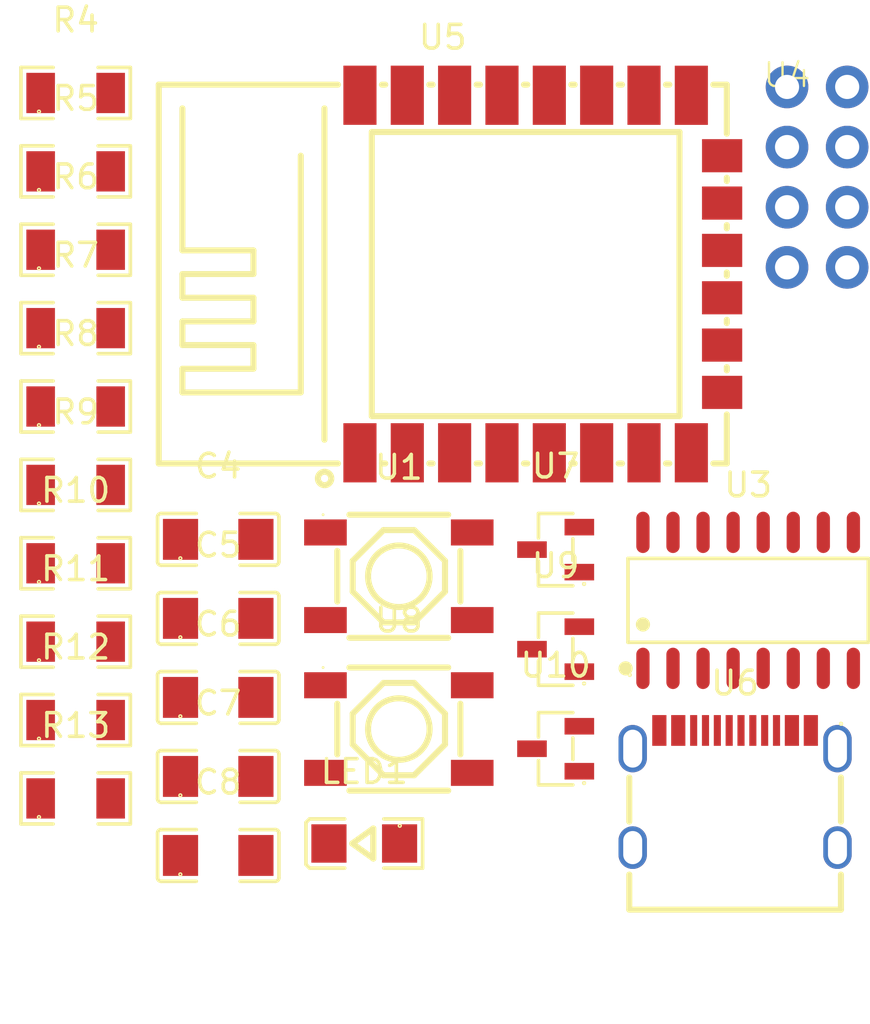
<source format=kicad_pcb>
(kicad_pcb (version 20241229) (generator "pcbnew") (generator_version "9.0")
  (layers (0 "F.Cu" signal) (2 "B.Cu" signal) (13 "F.Paste" user) (15 "B.Paste" user) (5 "F.SilkS" user "F.Silkscreen") (7 "B.SilkS" user "B.Silkscreen") (1 "F.Mask" user) (3 "B.Mask" user) (25 "Edge.Cuts" user))
  (net 0 "")
  (net 1 "GND")
  (net 2 "+3.3V")
  (net 3 "Net-(U3-V3)")
  (net 4 "+5V")
  (net 5 "Net-(LED1-A)")
  (net 6 "Net-(U6-CC1)")
  (net 7 "/RST")
  (net 8 "/EN")
  (net 9 "/LED")
  (net 10 "/FLASH")
  (net 11 "Net-(U5-GPIO15)")
  (net 12 "/DTR")
  (net 13 "Net-(U9-B)")
  (net 14 "/RTS")
  (net 15 "Net-(U10-B)")
  (net 16 "Net-(U6-CC2)")
  (net 18 "/RXD")
  (net 22 "/DN1")
  (net 23 "/TXD")
  (net 25 "/DP1")
  (net 28 "/D{slash}C")
  (net 29 "/SCL")
  (net 30 "/RES")
  (net 31 "/CS")
  (net 32 "/BUSY")
  (net 33 "/SDA")
  (footprint "wearable-e-inks:C1206" (layer "F.Cu") (at 86.28956 84.705772)
    (property "Reference" "C6" (at 0 -3.092609 0) (layer "F.SilkS"))
    (property "Value" "100nF")
    (fp_line (start -2.563602 0.940208) (end -2.563602 -0.940208) (stroke (width 0.1524)) (layer "F.SilkS"))
    (fp_line (start -2.411201 -1.092609) (end -0.926213 -1.092609) (stroke (width 0.1524)) (layer "F.SilkS"))
    (fp_line (start -0.926213 1.092609) (end -2.411201 1.092609) (stroke (width 0.1524)) (layer "F.SilkS"))
    (fp_line (start 0.926213 1.092609) (end 2.411201 1.092609) (stroke (width 0.1524)) (layer "F.SilkS"))
    (fp_line (start 2.411201 -1.092609) (end 0.926213 -1.092609) (stroke (width 0.1524)) (layer "F.SilkS"))
    (fp_line (start 2.563602 0.940208) (end 2.563602 -0.940208) (stroke (width 0.1524)) (layer "F.SilkS"))
    (fp_arc (start -2.563602 -0.940208) (mid -2.518965 -1.047972) (end -2.411201 -1.092609) (stroke (width 0.1524)) (layer "F.SilkS"))
    (fp_arc (start -2.411201 1.092609) (mid -2.518965 1.047972) (end -2.563602 0.940208) (stroke (width 0.1524)) (layer "F.SilkS"))
    (fp_arc (start 2.411201 -1.092609) (mid 2.518965 -1.047972) (end 2.563602 -0.940208) (stroke (width 0.1524)) (layer "F.SilkS"))
    (fp_arc (start 2.563602 0.940208) (mid 2.518965 1.047972) (end 2.411201 1.092609) (stroke (width 0.1524)) (layer "F.SilkS"))
    (fp_circle (center -1.599949 0.800102) (end -1.569977 0.800102) (stroke (width 0.059995)) (fill no) (layer "F.SilkS"))
    (pad "1" smd rect (at -1.592583 0) (size 1.485014 1.727991) (layers "F.Cu" "F.Mask" "F.Paste") (net 1 "GND"))
    (pad "2" smd rect (at 1.592583 0) (size 1.485014 1.727991) (layers "F.Cu" "F.Mask" "F.Paste") (net 3 "Net-(U3-V3)"))
  )
  (footprint "wearable-e-inks:USB-C_SMD-TYPE-C-31-M-12_1" (layer "F.Cu") (at 108.124879 88.575908)
    (property "Reference" "U6" (at 0.001016 -4.474092 0) (layer "F.SilkS"))
    (property "Value" "TYPE-C")
    (fp_line (start -4.468987 1.375718) (end -4.468987 -0.487198) (stroke (width 0.254001)) (layer "F.SilkS"))
    (fp_line (start -4.468987 5.094107) (end -4.468987 3.612802) (stroke (width 0.254001)) (layer "F.SilkS"))
    (fp_line (start 4.471019 1.376073) (end 4.471019 -0.487554) (stroke (width 0.254001)) (layer "F.SilkS"))
    (fp_line (start 4.471019 5.094107) (end -4.468987 5.094107) (stroke (width 0.254001)) (layer "F.SilkS"))
    (fp_line (start 4.471019 5.094107) (end 4.471019 3.612446) (stroke (width 0.254001)) (layer "F.SilkS"))
    (fp_circle (center 4.474981 -2.756033) (end 4.504953 -2.756033) (stroke (width 0.059995)) (fill no) (layer "F.SilkS"))
    (pad "" np_thru_hole circle (at -2.899924 -1.205613) (size 0.750013 0.750013) (drill 0.750013) (layers "*.Cu" "*.Mask"))
    (pad "" np_thru_hole circle (at 2.899924 -1.205613) (size 0.750013 0.750013) (drill 0.750013) (layers "*.Cu" "*.Mask"))
    (pad "1" thru_hole oval (at 4.325121 -1.70574) (size 1.2 2) (drill oval 0.8 1.599975) (layers "*.Cu" "*.Mask"))
    (pad "2" thru_hole oval (at 4.325121 2.474092) (size 1.2 1.8) (drill oval 0.8 1.4) (layers "*.Cu" "*.Mask"))
    (pad "3" thru_hole oval (at -4.325121 2.474092) (size 1.2 1.8) (drill oval 0.8 1.4) (layers "*.Cu" "*.Mask"))
    (pad "4" thru_hole oval (at -4.325121 -1.70574) (size 1.2 2) (drill oval 0.8 1.600025) (layers "*.Cu" "*.Mask"))
    (pad "A1B12" smd custom (at -3.199898 -2.474092) (size 0.1 0.1) (layers "F.Cu" "F.Mask" "F.Paste") (net 1 "GND") (options (clearance outline) (anchor circle)) (primitives (gr_poly (pts (xy 0.299924 0.649936) (xy 0.299924 -0.650089) (xy -0.000076 -0.650089) (xy -0.000076 -0.649936) (xy -0.300051 -0.649936) (xy -0.300051 0.650089) (xy -0.000051 0.650089) (xy -0.000051 0.649936) (xy 0.299924 0.649936)) (width 0) (fill yes))))
    (pad "A4B9" smd custom (at -2.400051 -2.474092) (size 0.1 0.1) (layers "F.Cu" "F.Mask" "F.Paste") (net 4 "+5V") (options (clearance outline) (anchor circle)) (primitives (gr_poly (pts (xy 0.300076 0.650038) (xy 0.300076 -0.649936) (xy 0.000051 -0.649936) (xy 0.000051 -0.649911) (xy -0.299898 -0.649911) (xy -0.299898 0.650064) (xy 0.000127 0.650064) (xy 0.000127 0.650038) (xy 0.300076 0.650038)) (width 0) (fill yes))))
    (pad "A5" smd rect (at -1.249936 -2.474092) (size 0.3 1.3) (layers "F.Cu" "F.Mask" "F.Paste") (net 6 "Net-(U6-CC1)"))
    (pad "A6" smd rect (at -0.249936 -2.474092) (size 0.3 1.3) (layers "F.Cu" "F.Mask" "F.Paste") (net 25 "/DP1"))
    (pad "A7" smd rect (at 0.249936 -2.474092) (size 0.3 1.3) (layers "F.Cu" "F.Mask" "F.Paste") (net 22 "/DN1"))
    (pad "A8" smd rect (at 1.249682 -2.474092) (size 0.3 1.3) (layers "F.Cu" "F.Mask" "F.Paste"))
    (pad "B1A12" smd custom (at 3.200152 -2.474092) (size 0.1 0.1) (layers "F.Cu" "F.Mask" "F.Paste") (net 1 "GND") (options (clearance outline) (anchor circle)) (primitives (gr_poly (pts (xy -0.300152 -0.650089) (xy -0.300152 0.649886) (xy -0.000152 0.649886) (xy -0.000127 0.649886) (xy 0.299873 0.649886) (xy 0.299873 -0.650089) (xy -0.000127 -0.650089) (xy -0.000152 -0.650089) (xy -0.300152 -0.650089)) (width 0) (fill yes))))
    (pad "B4A9" smd custom (at 2.400305 -2.474092) (size 0.1 0.1) (layers "F.Cu" "F.Mask" "F.Paste") (net 4 "+5V") (options (clearance outline) (anchor circle)) (primitives (gr_poly (pts (xy 0.299873 0.649886) (xy 0.299873 -0.650089) (xy -0.000127 -0.650089) (xy -0.000152 -0.650089) (xy -0.300152 -0.650089) (xy -0.300152 0.649886) (xy -0.000152 0.649886) (xy -0.000127 0.649886) (xy 0.299873 0.649886)) (width 0) (fill yes))))
    (pad "B5" smd rect (at 1.750064 -2.474092) (size 0.3 1.3) (layers "F.Cu" "F.Mask" "F.Paste") (net 16 "Net-(U6-CC2)"))
    (pad "B6" smd rect (at 0.750064 -2.474092) (size 0.3 1.3) (layers "F.Cu" "F.Mask" "F.Paste") (net 25 "/DP1"))
    (pad "B7" smd rect (at -0.750064 -2.474092) (size 0.3 1.3) (layers "F.Cu" "F.Mask" "F.Paste") (net 22 "/DN1"))
    (pad "B8" smd rect (at -1.750064 -2.474092) (size 0.3 1.3) (layers "F.Cu" "F.Mask" "F.Paste"))
  )
  (footprint "wearable-e-inks:8pinheader" (layer "F.Cu") (at 110.319758 58.921727)
    (property "Reference" "U4" (at 0 -0.5 0) (layer "F.SilkS") (effects (font (thickness 0.1))))
    (property "Value" "~")
    (pad "1" thru_hole circle (at 0 0) (size 1.8 1.8) (drill 1.02) (layers "*.Cu" "*.Mask") (net 32 "/BUSY"))
    (pad "2" thru_hole circle (at 2.54 0) (size 1.8 1.8) (drill 1.02) (layers "*.Cu" "*.Mask") (net 30 "/RES"))
    (pad "3" thru_hole circle (at 0 2.54) (size 1.8 1.8) (drill 1.02) (layers "*.Cu" "*.Mask") (net 28 "/D{slash}C"))
    (pad "4" thru_hole circle (at 2.54 2.54) (size 1.8 1.8) (drill 1.02) (layers "*.Cu" "*.Mask") (net 31 "/CS"))
    (pad "5" thru_hole circle (at 0 5.08) (size 1.8 1.8) (drill 1.02) (layers "*.Cu" "*.Mask") (net 29 "/SCL"))
    (pad "6" thru_hole circle (at 2.54 5.08) (size 1.8 1.8) (drill 1.02) (layers "*.Cu" "*.Mask") (net 33 "/SDA"))
    (pad "7" thru_hole circle (at 0 7.62) (size 1.8 1.8) (drill 1.02) (layers "*.Cu" "*.Mask") (net 1 "GND"))
    (pad "8" thru_hole circle (at 2.54 7.62) (size 1.8 1.8) (drill 1.02) (layers "*.Cu" "*.Mask") (net 2 "+3.3V"))
  )
  (footprint "wearable-e-inks:SOT-23-LDO" (layer "F.Cu") (at 100.544764 86.873792)
    (property "Reference" "U10" (at 0 -3.526213 0) (layer "F.SilkS"))
    (property "Value" "NPN")
    (fp_line (start -0.726213 -1.526213) (end -0.726213 -0.49459) (stroke (width 0.1524)) (layer "F.SilkS"))
    (fp_line (start -0.726213 1.526213) (end -0.726213 0.49459) (stroke (width 0.1524)) (layer "F.SilkS"))
    (fp_line (start 0.726213 -1.526213) (end -0.726213 -1.526213) (stroke (width 0.1524)) (layer "F.SilkS"))
    (fp_line (start 0.726213 -0.455398) (end 0.726213 0.455398) (stroke (width 0.1524)) (layer "F.SilkS"))
    (fp_line (start 0.726213 1.526213) (end -0.726213 1.526213) (stroke (width 0.1524)) (layer "F.SilkS"))
    (fp_circle (center 1.2 1.450013) (end 1.229997 1.450013) (stroke (width 0.059995)) (fill no) (layer "F.SilkS"))
    (pad "1" smd rect (at 1 0.949962) (size 1.250013 0.7) (layers "F.Cu" "F.Mask" "F.Paste") (net 7 "/RST"))
    (pad "2" smd rect (at 1 -0.949962) (size 1.250013 0.7) (layers "F.Cu" "F.Mask" "F.Paste") (net 15 "Net-(U10-B)"))
    (pad "3" smd rect (at -1 0) (size 1.250013 0.7) (layers "F.Cu" "F.Mask" "F.Paste") (net 1 "GND"))
  )
  (footprint "wearable-e-inks:R1206" (layer "F.Cu") (at 80.267083 82.351167)
    (property "Reference" "R11" (at 0 -3.079096 0) (layer "F.SilkS"))
    (property "Value" "220Ohm")
    (fp_line (start -2.311125 -1.079096) (end -0.951207 -1.079096) (stroke (width 0.1524)) (layer "F.SilkS"))
    (fp_line (start -2.311125 1.079096) (end -2.311125 -1.079096) (stroke (width 0.1524)) (layer "F.SilkS"))
    (fp_line (start -0.951207 1.079096) (end -2.311125 1.079096) (stroke (width 0.1524)) (layer "F.SilkS"))
    (fp_line (start 0.951207 1.079096) (end 2.311125 1.079096) (stroke (width 0.1524)) (layer "F.SilkS"))
    (fp_line (start 2.311125 -1.079096) (end 0.951207 -1.079096) (stroke (width 0.1524)) (layer "F.SilkS"))
    (fp_line (start 2.311125 1.079096) (end 2.311125 -1.079096) (stroke (width 0.1524)) (layer "F.SilkS"))
    (fp_circle (center -1.549911 0.787402) (end -1.519939 0.787402) (stroke (width 0.059995)) (fill no) (layer "F.SilkS"))
    (pad "1" smd rect (at -1.478791 0) (size 1.207518 1.701016) (layers "F.Cu" "F.Mask" "F.Paste") (net 13 "Net-(U9-B)"))
    (pad "2" smd rect (at 1.478791 0) (size 1.207518 1.701016) (layers "F.Cu" "F.Mask" "F.Paste") (net 12 "/DTR"))
  )
  (footprint "wearable-e-inks:C1206" (layer "F.Cu") (at 86.28956 88.04339)
    (property "Reference" "C7" (at 0 -3.092609 0) (layer "F.SilkS"))
    (property "Value" "10uF")
    (fp_line (start -2.563602 0.940208) (end -2.563602 -0.940208) (stroke (width 0.1524)) (layer "F.SilkS"))
    (fp_line (start -2.411201 -1.092609) (end -0.926213 -1.092609) (stroke (width 0.1524)) (layer "F.SilkS"))
    (fp_line (start -0.926213 1.092609) (end -2.411201 1.092609) (stroke (width 0.1524)) (layer "F.SilkS"))
    (fp_line (start 0.926213 1.092609) (end 2.411201 1.092609) (stroke (width 0.1524)) (layer "F.SilkS"))
    (fp_line (start 2.411201 -1.092609) (end 0.926213 -1.092609) (stroke (width 0.1524)) (layer "F.SilkS"))
    (fp_line (start 2.563602 0.940208) (end 2.563602 -0.940208) (stroke (width 0.1524)) (layer "F.SilkS"))
    (fp_arc (start -2.563602 -0.940208) (mid -2.518965 -1.047972) (end -2.411201 -1.092609) (stroke (width 0.1524)) (layer "F.SilkS"))
    (fp_arc (start -2.411201 1.092609) (mid -2.518965 1.047972) (end -2.563602 0.940208) (stroke (width 0.1524)) (layer "F.SilkS"))
    (fp_arc (start 2.411201 -1.092609) (mid 2.518965 -1.047972) (end 2.563602 -0.940208) (stroke (width 0.1524)) (layer "F.SilkS"))
    (fp_arc (start 2.563602 0.940208) (mid 2.518965 1.047972) (end 2.411201 1.092609) (stroke (width 0.1524)) (layer "F.SilkS"))
    (fp_circle (center -1.599949 0.800102) (end -1.569977 0.800102) (stroke (width 0.059995)) (fill no) (layer "F.SilkS"))
    (pad "1" smd rect (at -1.592583 0) (size 1.485014 1.727991) (layers "F.Cu" "F.Mask" "F.Paste") (net 1 "GND"))
    (pad "2" smd rect (at 1.592583 0) (size 1.485014 1.727991) (layers "F.Cu" "F.Mask" "F.Paste") (net 4 "+5V"))
  )
  (footprint "wearable-e-inks:WIFIM-SMD_ESP-12F-ESP8266MOD" (layer "F.Cu") (at 99.927609 66.823162)
    (property "Reference" "U5" (at -4.151943 -9.998476 0) (layer "F.SilkS"))
    (property "Value" "ESP-12F(ESP8266MOD)")
    (fp_line (start -16.150851 -7.998476) (end -8.581763 -7.998476) (stroke (width 0.254001)) (layer "F.SilkS"))
    (fp_line (start -16.150851 8.001524) (end -16.150851 -7.998476) (stroke (width 0.254001)) (layer "F.SilkS"))
    (fp_line (start -15.150851 -0.998476) (end -15.150851 -6.998476) (stroke (width 0.254001)) (layer "F.SilkS"))
    (fp_line (start -15.150851 0.001524) (end -12.150851 0.001524) (stroke (width 0.254001)) (layer "F.SilkS"))
    (fp_line (start -15.150851 1.001524) (end -15.150851 0.001524) (stroke (width 0.254001)) (layer "F.SilkS"))
    (fp_line (start -15.150851 2.001524) (end -12.150851 2.001524) (stroke (width 0.254001)) (layer "F.SilkS"))
    (fp_line (start -15.150851 3.001524) (end -15.150851 2.001524) (stroke (width 0.254001)) (layer "F.SilkS"))
    (fp_line (start -15.150851 4.001524) (end -12.150851 4.001524) (stroke (width 0.254001)) (layer "F.SilkS"))
    (fp_line (start -15.150851 5.001524) (end -15.150851 4.001524) (stroke (width 0.254001)) (layer "F.SilkS"))
    (fp_line (start -12.150851 -0.998476) (end -15.150851 -0.998476) (stroke (width 0.254001)) (layer "F.SilkS"))
    (fp_line (start -12.150851 0.001524) (end -12.150851 -0.998476) (stroke (width 0.254001)) (layer "F.SilkS"))
    (fp_line (start -12.150851 1.001524) (end -15.150851 1.001524) (stroke (width 0.254001)) (layer "F.SilkS"))
    (fp_line (start -12.150851 2.001524) (end -12.150851 1.001524) (stroke (width 0.254001)) (layer "F.SilkS"))
    (fp_line (start -12.150851 3.001524) (end -15.150851 3.001524) (stroke (width 0.254001)) (layer "F.SilkS"))
    (fp_line (start -12.150851 4.001524) (end -12.150851 3.001524) (stroke (width 0.254001)) (layer "F.SilkS"))
    (fp_line (start -10.150851 -4.998476) (end -10.150851 5.001524) (stroke (width 0.254001)) (layer "F.SilkS"))
    (fp_line (start -10.150851 5.001524) (end -15.150851 5.001524) (stroke (width 0.254001)) (layer "F.SilkS"))
    (fp_line (start -9.150851 7.001524) (end -9.150851 -6.998476) (stroke (width 0.254001)) (layer "F.SilkS"))
    (fp_line (start -8.581763 8.001016) (end -16.150851 8.001016) (stroke (width 0.254001)) (layer "F.SilkS"))
    (fp_line (start -7.150851 -5.998476) (end -7.150851 6.001524) (stroke (width 0.254001)) (layer "F.SilkS"))
    (fp_line (start -7.150851 6.001524) (end 5.849149 6.001524) (stroke (width 0.254001)) (layer "F.SilkS"))
    (fp_line (start -6.719482 -7.998476) (end -6.581763 -7.998476) (stroke (width 0.254001)) (layer "F.SilkS"))
    (fp_line (start -6.581763 8.001016) (end -6.719482 8.001016) (stroke (width 0.254001)) (layer "F.SilkS"))
    (fp_line (start -4.719482 -7.998476) (end -4.581763 -7.998476) (stroke (width 0.254001)) (layer "F.SilkS"))
    (fp_line (start -4.581763 8.001016) (end -4.719482 8.001016) (stroke (width 0.254001)) (layer "F.SilkS"))
    (fp_line (start -2.719482 -7.998476) (end -2.581763 -7.998476) (stroke (width 0.254001)) (layer "F.SilkS"))
    (fp_line (start -2.581763 8.001016) (end -2.719482 8.001016) (stroke (width 0.254001)) (layer "F.SilkS"))
    (fp_line (start -0.719482 -7.998476) (end -0.581763 -7.998476) (stroke (width 0.254001)) (layer "F.SilkS"))
    (fp_line (start -0.581763 8.001016) (end -0.719482 8.001016) (stroke (width 0.254001)) (layer "F.SilkS"))
    (fp_line (start 1.280518 -7.998476) (end 1.418237 -7.998476) (stroke (width 0.254001)) (layer "F.SilkS"))
    (fp_line (start 1.418237 8.001016) (end 1.280518 8.001016) (stroke (width 0.254001)) (layer "F.SilkS"))
    (fp_line (start 3.280518 -7.998476) (end 3.418237 -7.998476) (stroke (width 0.254001)) (layer "F.SilkS"))
    (fp_line (start 3.418237 8.001016) (end 3.280518 8.001016) (stroke (width 0.254001)) (layer "F.SilkS"))
    (fp_line (start 5.280518 -7.998476) (end 5.418237 -7.998476) (stroke (width 0.254001)) (layer "F.SilkS"))
    (fp_line (start 5.418237 8.001016) (end 5.280518 8.001016) (stroke (width 0.254001)) (layer "F.SilkS"))
    (fp_line (start 5.849149 -5.998476) (end -7.150851 -5.998476) (stroke (width 0.254001)) (layer "F.SilkS"))
    (fp_line (start 5.849149 6.001524) (end 5.849149 -5.998476) (stroke (width 0.254001)) (layer "F.SilkS"))
    (fp_line (start 7.280518 -7.998476) (end 7.846965 -7.998476) (stroke (width 0.254001)) (layer "F.SilkS"))
    (fp_line (start 7.846965 -7.998476) (end 7.846965 -5.927838) (stroke (width 0.254001)) (layer "F.SilkS"))
    (fp_line (start 7.846965 -4.065558) (end 7.846965 -3.927838) (stroke (width 0.254001)) (layer "F.SilkS"))
    (fp_line (start 7.846965 -2.065558) (end 7.846965 -1.9286) (stroke (width 0.254001)) (layer "F.SilkS"))
    (fp_line (start 7.846965 -0.06632) (end 7.846965 0.072162) (stroke (width 0.254001)) (layer "F.SilkS"))
    (fp_line (start 7.846965 1.934442) (end 7.846965 2.070892) (stroke (width 0.254001)) (layer "F.SilkS"))
    (fp_line (start 7.846965 3.933172) (end 7.846965 4.06886) (stroke (width 0.254001)) (layer "F.SilkS"))
    (fp_line (start 7.846965 5.93114) (end 7.846965 8.001016) (stroke (width 0.254001)) (layer "F.SilkS"))
    (fp_line (start 7.846965 8.001016) (end 7.280518 8.001016) (stroke (width 0.254001)) (layer "F.SilkS"))
    (fp_circle (center -16.150749 8.003048) (end -16.120777 8.003048) (stroke (width 0.059995)) (fill no) (layer "F.SilkS"))
    (fp_circle (center -9.144145 8.636017) (end -8.860173 8.636017) (stroke (width 0.254001)) (fill no) (layer "F.SilkS"))
    (pad "1" smd rect (at -7.650622 7.551435 90) (size 2.5 1.4) (layers "F.Cu" "F.Mask" "F.Paste") (net 7 "/RST"))
    (pad "2" smd rect (at -5.650622 7.551435 90) (size 2.5 1.4) (layers "F.Cu" "F.Mask" "F.Paste") (net 32 "/BUSY"))
    (pad "3" smd rect (at -3.650622 7.551435 90) (size 2.5 1.4) (layers "F.Cu" "F.Mask" "F.Paste") (net 8 "/EN"))
    (pad "4" smd rect (at -1.650622 7.551435 90) (size 2.5 1.4) (layers "F.Cu" "F.Mask" "F.Paste"))
    (pad "5" smd rect (at 0.349378 7.551435 90) (size 2.5 1.4) (layers "F.Cu" "F.Mask" "F.Paste") (net 29 "/SCL"))
    (pad "6" smd rect (at 2.349378 7.551435 90) (size 2.5 1.4) (layers "F.Cu" "F.Mask" "F.Paste") (net 30 "/RES"))
    (pad "7" smd rect (at 4.349378 7.551435 90) (size 2.5 1.4) (layers "F.Cu" "F.Mask" "F.Paste") (net 33 "/SDA"))
    (pad "8" smd rect (at 6.349378 7.550673 90) (size 2.5 1.4) (layers "F.Cu" "F.Mask" "F.Paste") (net 2 "+3.3V"))
    (pad "9" smd rect (at 6.349378 -7.548641 270) (size 2.5 1.4) (layers "F.Cu" "F.Mask" "F.Paste") (net 1 "GND"))
    (pad "10" smd rect (at 4.349378 -7.550165 270) (size 2.5 1.4) (layers "F.Cu" "F.Mask" "F.Paste") (net 11 "Net-(U5-GPIO15)"))
    (pad "11" smd rect (at 2.349378 -7.551435 270) (size 2.5 1.4) (layers "F.Cu" "F.Mask" "F.Paste") (net 9 "/LED"))
    (pad "12" smd rect (at 0.349378 -7.550673 270) (size 2.5 1.4) (layers "F.Cu" "F.Mask" "F.Paste") (net 10 "/FLASH"))
    (pad "13" smd rect (at -1.650622 -7.549911 270) (size 2.5 1.4) (layers "F.Cu" "F.Mask" "F.Paste") (net 28 "/D{slash}C"))
    (pad "14" smd rect (at -3.650622 -7.550673 270) (size 2.5 1.4) (layers "F.Cu" "F.Mask" "F.Paste") (net 31 "/CS"))
    (pad "15" smd rect (at -5.650622 -7.550419 270) (size 2.5 1.4) (layers "F.Cu" "F.Mask" "F.Paste") (net 23 "/TXD"))
    (pad "16" smd rect (at -7.650622 -7.550673 270) (size 2.5 1.4) (layers "F.Cu" "F.Mask" "F.Paste") (net 18 "/RXD"))
    (pad "17" smd rect (at 7.650622 5 180) (size 1.7 1.4) (layers "F.Cu" "F.Mask" "F.Paste"))
    (pad "18" smd rect (at 7.649098 3.002032 180) (size 1.7 1.4) (layers "F.Cu" "F.Mask" "F.Paste"))
    (pad "19" smd rect (at 7.649606 1.003302 180) (size 1.7 1.4) (layers "F.Cu" "F.Mask" "F.Paste"))
    (pad "20" smd rect (at 7.649606 -0.99746 180) (size 1.7 1.4) (layers "F.Cu" "F.Mask" "F.Paste"))
    (pad "21" smd rect (at 7.649606 -2.996698 180) (size 1.7 1.4) (layers "F.Cu" "F.Mask" "F.Paste"))
    (pad "22" smd rect (at 7.650368 -4.996698 180) (size 1.7 1.4) (layers "F.Cu" "F.Mask" "F.Paste"))
  )
  (footprint "wearable-e-inks:R1206" (layer "F.Cu") (at 80.267083 62.487615)
    (property "Reference" "R5" (at 0 -3.079096 0) (layer "F.SilkS"))
    (property "Value" "5.1k")
    (fp_line (start -2.311125 -1.079096) (end -0.951207 -1.079096) (stroke (width 0.1524)) (layer "F.SilkS"))
    (fp_line (start -2.311125 1.079096) (end -2.311125 -1.079096) (stroke (width 0.1524)) (layer "F.SilkS"))
    (fp_line (start -0.951207 1.079096) (end -2.311125 1.079096) (stroke (width 0.1524)) (layer "F.SilkS"))
    (fp_line (start 0.951207 1.079096) (end 2.311125 1.079096) (stroke (width 0.1524)) (layer "F.SilkS"))
    (fp_line (start 2.311125 -1.079096) (end 0.951207 -1.079096) (stroke (width 0.1524)) (layer "F.SilkS"))
    (fp_line (start 2.311125 1.079096) (end 2.311125 -1.079096) (stroke (width 0.1524)) (layer "F.SilkS"))
    (fp_circle (center -1.549911 0.787402) (end -1.519939 0.787402) (stroke (width 0.059995)) (fill no) (layer "F.SilkS"))
    (pad "1" smd rect (at -1.478791 0) (size 1.207518 1.701016) (layers "F.Cu" "F.Mask" "F.Paste") (net 7 "/RST"))
    (pad "2" smd rect (at 1.478791 0) (size 1.207518 1.701016) (layers "F.Cu" "F.Mask" "F.Paste") (net 2 "+3.3V"))
  )
  (footprint "wearable-e-inks:SW-SMD_4P-L5.2-W5.2-P3.70-LS6.5" (layer "F.Cu") (at 93.919834 86.042854)
    (property "Reference" "U8" (at 0 -4.600127 0) (layer "F.SilkS"))
    (property "Value" "4*4*1_7")
    (fp_line (start -2.6 1.068733) (end -2.6 -1.068987) (stroke (width 0.254001)) (layer "F.SilkS"))
    (fp_line (start -2.086741 -2.600127) (end 2.08669 -2.600127) (stroke (width 0.254001)) (layer "F.SilkS"))
    (fp_line (start -1.950013 -0.65014) (end -0.650013 -1.95014) (stroke (width 0.254001)) (layer "F.SilkS"))
    (fp_line (start -1.950013 0.649886) (end -1.950013 -0.65014) (stroke (width 0.254001)) (layer "F.SilkS"))
    (fp_line (start -0.650013 -1.95014) (end 0.650013 -1.95014) (stroke (width 0.254001)) (layer "F.SilkS"))
    (fp_line (start -0.650013 1.949886) (end -1.950013 0.649886) (stroke (width 0.254001)) (layer "F.SilkS"))
    (fp_line (start 0.650013 -1.95014) (end 1.950013 -0.65014) (stroke (width 0.254001)) (layer "F.SilkS"))
    (fp_line (start 0.650013 1.949886) (end -0.650013 1.949886) (stroke (width 0.254001)) (layer "F.SilkS"))
    (fp_line (start 1.950013 -0.65014) (end 1.950013 0.649886) (stroke (width 0.254001)) (layer "F.SilkS"))
    (fp_line (start 1.950013 0.649886) (end 0.650013 1.949886) (stroke (width 0.254001)) (layer "F.SilkS"))
    (fp_line (start 2.08669 2.599873) (end -2.08669 2.599873) (stroke (width 0.254001)) (layer "F.SilkS"))
    (fp_line (start 2.6 -1.068987) (end 2.6 1.068733) (stroke (width 0.254001)) (layer "F.SilkS"))
    (fp_circle (center -3.200305 -2.6) (end -3.170307 -2.6) (stroke (width 0.059995)) (fill no) (layer "F.SilkS"))
    (fp_circle (center 0 -0.000127) (end 1.299975 -0.000127) (stroke (width 0.254001)) (fill no) (layer "F.SilkS"))
    (pad "1" smd rect (at -3.100076 -1.850013) (size 1.8 1.1) (layers "F.Cu" "F.Mask" "F.Paste") (net 1 "GND"))
    (pad "2" smd rect (at 3.100076 -1.850013) (size 1.8 1.1) (layers "F.Cu" "F.Mask" "F.Paste") (net 1 "GND"))
    (pad "3" smd rect (at -3.100076 1.850013) (size 1.8 1.1) (layers "F.Cu" "F.Mask" "F.Paste") (net 10 "/FLASH"))
    (pad "4" smd rect (at 3.100076 1.850013) (size 1.8 1.1) (layers "F.Cu" "F.Mask" "F.Paste") (net 10 "/FLASH"))
  )
  (footprint "wearable-e-inks:R1206" (layer "F.Cu") (at 80.267083 75.729983)
    (property "Reference" "R9" (at 0 -3.079096 0) (layer "F.SilkS"))
    (property "Value" "5.1k")
    (fp_line (start -2.311125 -1.079096) (end -0.951207 -1.079096) (stroke (width 0.1524)) (layer "F.SilkS"))
    (fp_line (start -2.311125 1.079096) (end -2.311125 -1.079096) (stroke (width 0.1524)) (layer "F.SilkS"))
    (fp_line (start -0.951207 1.079096) (end -2.311125 1.079096) (stroke (width 0.1524)) (layer "F.SilkS"))
    (fp_line (start 0.951207 1.079096) (end 2.311125 1.079096) (stroke (width 0.1524)) (layer "F.SilkS"))
    (fp_line (start 2.311125 -1.079096) (end 0.951207 -1.079096) (stroke (width 0.1524)) (layer "F.SilkS"))
    (fp_line (start 2.311125 1.079096) (end 2.311125 -1.079096) (stroke (width 0.1524)) (layer "F.SilkS"))
    (fp_circle (center -1.549911 0.787402) (end -1.519939 0.787402) (stroke (width 0.059995)) (fill no) (layer "F.SilkS"))
    (pad "1" smd rect (at -1.478791 0) (size 1.207518 1.701016) (layers "F.Cu" "F.Mask" "F.Paste") (net 1 "GND"))
    (pad "2" smd rect (at 1.478791 0) (size 1.207518 1.701016) (layers "F.Cu" "F.Mask" "F.Paste") (net 11 "Net-(U5-GPIO15)"))
  )
  (footprint "wearable-e-inks:R1206" (layer "F.Cu") (at 80.267083 72.419391)
    (property "Reference" "R8" (at 0 -3.079096 0) (layer "F.SilkS"))
    (property "Value" "5.1k")
    (fp_line (start -2.311125 -1.079096) (end -0.951207 -1.079096) (stroke (width 0.1524)) (layer "F.SilkS"))
    (fp_line (start -2.311125 1.079096) (end -2.311125 -1.079096) (stroke (width 0.1524)) (layer "F.SilkS"))
    (fp_line (start -0.951207 1.079096) (end -2.311125 1.079096) (stroke (width 0.1524)) (layer "F.SilkS"))
    (fp_line (start 0.951207 1.079096) (end 2.311125 1.079096) (stroke (width 0.1524)) (layer "F.SilkS"))
    (fp_line (start 2.311125 -1.079096) (end 0.951207 -1.079096) (stroke (width 0.1524)) (layer "F.SilkS"))
    (fp_line (start 2.311125 1.079096) (end 2.311125 -1.079096) (stroke (width 0.1524)) (layer "F.SilkS"))
    (fp_circle (center -1.549911 0.787402) (end -1.519939 0.787402) (stroke (width 0.059995)) (fill no) (layer "F.SilkS"))
    (pad "1" smd rect (at -1.478791 0) (size 1.207518 1.701016) (layers "F.Cu" "F.Mask" "F.Paste") (net 2 "+3.3V"))
    (pad "2" smd rect (at 1.478791 0) (size 1.207518 1.701016) (layers "F.Cu" "F.Mask" "F.Paste") (net 10 "/FLASH"))
  )
  (footprint "wearable-e-inks:R1206" (layer "F.Cu") (at 80.267083 69.108799)
    (property "Reference" "R7" (at 0 -3.079096 0) (layer "F.SilkS"))
    (property "Value" "5.1k")
    (fp_line (start -2.311125 -1.079096) (end -0.951207 -1.079096) (stroke (width 0.1524)) (layer "F.SilkS"))
    (fp_line (start -2.311125 1.079096) (end -2.311125 -1.079096) (stroke (width 0.1524)) (layer "F.SilkS"))
    (fp_line (start -0.951207 1.079096) (end -2.311125 1.079096) (stroke (width 0.1524)) (layer "F.SilkS"))
    (fp_line (start 0.951207 1.079096) (end 2.311125 1.079096) (stroke (width 0.1524)) (layer "F.SilkS"))
    (fp_line (start 2.311125 -1.079096) (end 0.951207 -1.079096) (stroke (width 0.1524)) (layer "F.SilkS"))
    (fp_line (start 2.311125 1.079096) (end 2.311125 -1.079096) (stroke (width 0.1524)) (layer "F.SilkS"))
    (fp_circle (center -1.549911 0.787402) (end -1.519939 0.787402) (stroke (width 0.059995)) (fill no) (layer "F.SilkS"))
    (pad "1" smd rect (at -1.478791 0) (size 1.207518 1.701016) (layers "F.Cu" "F.Mask" "F.Paste") (net 2 "+3.3V"))
    (pad "2" smd rect (at 1.478791 0) (size 1.207518 1.701016) (layers "F.Cu" "F.Mask" "F.Paste") (net 9 "/LED"))
  )
  (footprint "wearable-e-inks:LED1206-R-RD_RED" (layer "F.Cu") (at 92.459509 90.87656)
    (property "Reference" "LED1" (at 0.000051 -3.038633 0) (layer "F.SilkS"))
    (property "Value" "RED LED")
    (fp_line (start -2.463551 -0.886208) (end -2.311125 -1.038633) (stroke (width 0.1524)) (layer "F.SilkS"))
    (fp_line (start -2.463551 0.886208) (end -2.463551 -0.886208) (stroke (width 0.1524)) (layer "F.SilkS"))
    (fp_line (start -2.311125 -1.038633) (end -0.826137 -1.038633) (stroke (width 0.1524)) (layer "F.SilkS"))
    (fp_line (start -2.311125 1.038633) (end -2.463551 0.886208) (stroke (width 0.1524)) (layer "F.SilkS"))
    (fp_line (start -0.826137 1.038633) (end -2.311125 1.038633) (stroke (width 0.1524)) (layer "F.SilkS"))
    (fp_line (start -0.508001 0) (end 0.381001 0.635001) (stroke (width 0.254001)) (layer "F.SilkS"))
    (fp_line (start 0.381001 -0.635001) (end -0.508001 0) (stroke (width 0.254001)) (layer "F.SilkS"))
    (fp_line (start 0.381001 -0.635001) (end 0.381001 0.635001) (stroke (width 0.254001)) (layer "F.SilkS"))
    (fp_line (start 0.381001 0.635001) (end 0.381001 -0.635001) (stroke (width 0.254001)) (layer "F.SilkS"))
    (fp_line (start 0.826238 1.038633) (end 2.463653 1.038633) (stroke (width 0.1524)) (layer "F.SilkS"))
    (fp_line (start 2.463653 -1.038633) (end 0.826238 -1.038633) (stroke (width 0.1524)) (layer "F.SilkS"))
    (fp_line (start 2.463653 1.038633) (end 2.463653 -1.038633) (stroke (width 0.1524)) (layer "F.SilkS"))
    (fp_circle (center 1.499924 -0.750064) (end 1.529896 -0.750064) (stroke (width 0.059995)) (fill no) (layer "F.SilkS"))
    (pad "1" smd rect (at 1.492558 0) (size 1.485014 1.620015) (layers "F.Cu" "F.Mask" "F.Paste") (net 5 "Net-(LED1-A)"))
    (pad "2" smd rect (at -1.492456 0) (size 1.485014 1.620015) (layers "F.Cu" "F.Mask" "F.Paste") (net 1 "GND"))
  )
  (footprint "wearable-e-inks:R1206" (layer "F.Cu") (at 80.267083 85.661759)
    (property "Reference" "R12" (at 0 -3.079096 0) (layer "F.SilkS"))
    (property "Value" "220Ohm")
    (fp_line (start -2.311125 -1.079096) (end -0.951207 -1.079096) (stroke (width 0.1524)) (layer "F.SilkS"))
    (fp_line (start -2.311125 1.079096) (end -2.311125 -1.079096) (stroke (width 0.1524)) (layer "F.SilkS"))
    (fp_line (start -0.951207 1.079096) (end -2.311125 1.079096) (stroke (width 0.1524)) (layer "F.SilkS"))
    (fp_line (start 0.951207 1.079096) (end 2.311125 1.079096) (stroke (width 0.1524)) (layer "F.SilkS"))
    (fp_line (start 2.311125 -1.079096) (end 0.951207 -1.079096) (stroke (width 0.1524)) (layer "F.SilkS"))
    (fp_line (start 2.311125 1.079096) (end 2.311125 -1.079096) (stroke (width 0.1524)) (layer "F.SilkS"))
    (fp_circle (center -1.549911 0.787402) (end -1.519939 0.787402) (stroke (width 0.059995)) (fill no) (layer "F.SilkS"))
    (pad "1" smd rect (at -1.478791 0) (size 1.207518 1.701016) (layers "F.Cu" "F.Mask" "F.Paste") (net 15 "Net-(U10-B)"))
    (pad "2" smd rect (at 1.478791 0) (size 1.207518 1.701016) (layers "F.Cu" "F.Mask" "F.Paste") (net 14 "/RTS"))
  )
  (footprint "wearable-e-inks:SOT-23-LDO" (layer "F.Cu") (at 100.544764 82.668966)
    (property "Reference" "U9" (at 0 -3.526213 0) (layer "F.SilkS"))
    (property "Value" "NPN")
    (fp_line (start -0.726213 -1.526213) (end -0.726213 -0.49459) (stroke (width 0.1524)) (layer "F.SilkS"))
    (fp_line (start -0.726213 1.526213) (end -0.726213 0.49459) (stroke (width 0.1524)) (layer "F.SilkS"))
    (fp_line (start 0.726213 -1.526213) (end -0.726213 -1.526213) (stroke (width 0.1524)) (layer "F.SilkS"))
    (fp_line (start 0.726213 -0.455398) (end 0.726213 0.455398) (stroke (width 0.1524)) (layer "F.SilkS"))
    (fp_line (start 0.726213 1.526213) (end -0.726213 1.526213) (stroke (width 0.1524)) (layer "F.SilkS"))
    (fp_circle (center 1.2 1.450013) (end 1.229997 1.450013) (stroke (width 0.059995)) (fill no) (layer "F.SilkS"))
    (pad "1" smd rect (at 1 0.949962) (size 1.250013 0.7) (layers "F.Cu" "F.Mask" "F.Paste") (net 10 "/FLASH"))
    (pad "2" smd rect (at 1 -0.949962) (size 1.250013 0.7) (layers "F.Cu" "F.Mask" "F.Paste") (net 13 "Net-(U9-B)"))
    (pad "3" smd rect (at -1 0) (size 1.250013 0.7) (layers "F.Cu" "F.Mask" "F.Paste") (net 1 "GND"))
  )
  (footprint "wearable-e-inks:C1206" (layer "F.Cu") (at 86.28956 91.381008)
    (property "Reference" "C8" (at 0 -3.092609 0) (layer "F.SilkS"))
    (property "Value" "100nF")
    (fp_line (start -2.563602 0.940208) (end -2.563602 -0.940208) (stroke (width 0.1524)) (layer "F.SilkS"))
    (fp_line (start -2.411201 -1.092609) (end -0.926213 -1.092609) (stroke (width 0.1524)) (layer "F.SilkS"))
    (fp_line (start -0.926213 1.092609) (end -2.411201 1.092609) (stroke (width 0.1524)) (layer "F.SilkS"))
    (fp_line (start 0.926213 1.092609) (end 2.411201 1.092609) (stroke (width 0.1524)) (layer "F.SilkS"))
    (fp_line (start 2.411201 -1.092609) (end 0.926213 -1.092609) (stroke (width 0.1524)) (layer "F.SilkS"))
    (fp_line (start 2.563602 0.940208) (end 2.563602 -0.940208) (stroke (width 0.1524)) (layer "F.SilkS"))
    (fp_arc (start -2.563602 -0.940208) (mid -2.518965 -1.047972) (end -2.411201 -1.092609) (stroke (width 0.1524)) (layer "F.SilkS"))
    (fp_arc (start -2.411201 1.092609) (mid -2.518965 1.047972) (end -2.563602 0.940208) (stroke (width 0.1524)) (layer "F.SilkS"))
    (fp_arc (start 2.411201 -1.092609) (mid 2.518965 -1.047972) (end 2.563602 -0.940208) (stroke (width 0.1524)) (layer "F.SilkS"))
    (fp_arc (start 2.563602 0.940208) (mid 2.518965 1.047972) (end 2.411201 1.092609) (stroke (width 0.1524)) (layer "F.SilkS"))
    (fp_circle (center -1.599949 0.800102) (end -1.569977 0.800102) (stroke (width 0.059995)) (fill no) (layer "F.SilkS"))
    (pad "1" smd rect (at -1.592583 0) (size 1.485014 1.727991) (layers "F.Cu" "F.Mask" "F.Paste") (net 1 "GND"))
    (pad "2" smd rect (at 1.592583 0) (size 1.485014 1.727991) (layers "F.Cu" "F.Mask" "F.Paste") (net 2 "+3.3V"))
  )
  (footprint "wearable-e-inks:R1206" (layer "F.Cu") (at 80.267083 65.798207)
    (property "Reference" "R6" (at 0 -3.079096 0) (layer "F.SilkS"))
    (property "Value" "5.1k")
    (fp_line (start -2.311125 -1.079096) (end -0.951207 -1.079096) (stroke (width 0.1524)) (layer "F.SilkS"))
    (fp_line (start -2.311125 1.079096) (end -2.311125 -1.079096) (stroke (width 0.1524)) (layer "F.SilkS"))
    (fp_line (start -0.951207 1.079096) (end -2.311125 1.079096) (stroke (width 0.1524)) (layer "F.SilkS"))
    (fp_line (start 0.951207 1.079096) (end 2.311125 1.079096) (stroke (width 0.1524)) (layer "F.SilkS"))
    (fp_line (start 2.311125 -1.079096) (end 0.951207 -1.079096) (stroke (width 0.1524)) (layer "F.SilkS"))
    (fp_line (start 2.311125 1.079096) (end 2.311125 -1.079096) (stroke (width 0.1524)) (layer "F.SilkS"))
    (fp_circle (center -1.549911 0.787402) (end -1.519939 0.787402) (stroke (width 0.059995)) (fill no) (layer "F.SilkS"))
    (pad "1" smd rect (at -1.478791 0) (size 1.207518 1.701016) (layers "F.Cu" "F.Mask" "F.Paste") (net 8 "/EN"))
    (pad "2" smd rect (at 1.478791 0) (size 1.207518 1.701016) (layers "F.Cu" "F.Mask" "F.Paste") (net 2 "+3.3V"))
  )
  (footprint "wearable-e-inks:C1206" (layer "F.Cu") (at 86.28956 78.030536)
    (property "Reference" "C4" (at 0 -3.092609 0) (layer "F.SilkS"))
    (property "Value" "10uF")
    (fp_line (start -2.563602 0.940208) (end -2.563602 -0.940208) (stroke (width 0.1524)) (layer "F.SilkS"))
    (fp_line (start -2.411201 -1.092609) (end -0.926213 -1.092609) (stroke (width 0.1524)) (layer "F.SilkS"))
    (fp_line (start -0.926213 1.092609) (end -2.411201 1.092609) (stroke (width 0.1524)) (layer "F.SilkS"))
    (fp_line (start 0.926213 1.092609) (end 2.411201 1.092609) (stroke (width 0.1524)) (layer "F.SilkS"))
    (fp_line (start 2.411201 -1.092609) (end 0.926213 -1.092609) (stroke (width 0.1524)) (layer "F.SilkS"))
    (fp_line (start 2.563602 0.940208) (end 2.563602 -0.940208) (stroke (width 0.1524)) (layer "F.SilkS"))
    (fp_arc (start -2.563602 -0.940208) (mid -2.518965 -1.047972) (end -2.411201 -1.092609) (stroke (width 0.1524)) (layer "F.SilkS"))
    (fp_arc (start -2.411201 1.092609) (mid -2.518965 1.047972) (end -2.563602 0.940208) (stroke (width 0.1524)) (layer "F.SilkS"))
    (fp_arc (start 2.411201 -1.092609) (mid 2.518965 -1.047972) (end 2.563602 -0.940208) (stroke (width 0.1524)) (layer "F.SilkS"))
    (fp_arc (start 2.563602 0.940208) (mid 2.518965 1.047972) (end 2.411201 1.092609) (stroke (width 0.1524)) (layer "F.SilkS"))
    (fp_circle (center -1.599949 0.800102) (end -1.569977 0.800102) (stroke (width 0.059995)) (fill no) (layer "F.SilkS"))
    (pad "1" smd rect (at -1.592583 0) (size 1.485014 1.727991) (layers "F.Cu" "F.Mask" "F.Paste") (net 1 "GND"))
    (pad "2" smd rect (at 1.592583 0) (size 1.485014 1.727991) (layers "F.Cu" "F.Mask" "F.Paste") (net 2 "+3.3V"))
  )
  (footprint "wearable-e-inks:R1206" (layer "F.Cu") (at 80.267083 88.972351)
    (property "Reference" "R13" (at 0 -3.079096 0) (layer "F.SilkS"))
    (property "Value" "5.1k")
    (fp_line (start -2.311125 -1.079096) (end -0.951207 -1.079096) (stroke (width 0.1524)) (layer "F.SilkS"))
    (fp_line (start -2.311125 1.079096) (end -2.311125 -1.079096) (stroke (width 0.1524)) (layer "F.SilkS"))
    (fp_line (start -0.951207 1.079096) (end -2.311125 1.079096) (stroke (width 0.1524)) (layer "F.SilkS"))
    (fp_line (start 0.951207 1.079096) (end 2.311125 1.079096) (stroke (width 0.1524)) (layer "F.SilkS"))
    (fp_line (start 2.311125 -1.079096) (end 0.951207 -1.079096) (stroke (width 0.1524)) (layer "F.SilkS"))
    (fp_line (start 2.311125 1.079096) (end 2.311125 -1.079096) (stroke (width 0.1524)) (layer "F.SilkS"))
    (fp_circle (center -1.549911 0.787402) (end -1.519939 0.787402) (stroke (width 0.059995)) (fill no) (layer "F.SilkS"))
    (pad "1" smd rect (at -1.478791 0) (size 1.207518 1.701016) (layers "F.Cu" "F.Mask" "F.Paste") (net 1 "GND"))
    (pad "2" smd rect (at 1.478791 0) (size 1.207518 1.701016) (layers "F.Cu" "F.Mask" "F.Paste") (net 16 "Net-(U6-CC2)"))
  )
  (footprint "wearable-e-inks:C1206" (layer "F.Cu") (at 86.28956 81.368154)
    (property "Reference" "C5" (at 0 -3.092609 0) (layer "F.SilkS"))
    (property "Value" "100nF")
    (fp_line (start -2.563602 0.940208) (end -2.563602 -0.940208) (stroke (width 0.1524)) (layer "F.SilkS"))
    (fp_line (start -2.411201 -1.092609) (end -0.926213 -1.092609) (stroke (width 0.1524)) (layer "F.SilkS"))
    (fp_line (start -0.926213 1.092609) (end -2.411201 1.092609) (stroke (width 0.1524)) (layer "F.SilkS"))
    (fp_line (start 0.926213 1.092609) (end 2.411201 1.092609) (stroke (width 0.1524)) (layer "F.SilkS"))
    (fp_line (start 2.411201 -1.092609) (end 0.926213 -1.092609) (stroke (width 0.1524)) (layer "F.SilkS"))
    (fp_line (start 2.563602 0.940208) (end 2.563602 -0.940208) (stroke (width 0.1524)) (layer "F.SilkS"))
    (fp_arc (start -2.563602 -0.940208) (mid -2.518965 -1.047972) (end -2.411201 -1.092609) (stroke (width 0.1524)) (layer "F.SilkS"))
    (fp_arc (start -2.411201 1.092609) (mid -2.518965 1.047972) (end -2.563602 0.940208) (stroke (width 0.1524)) (layer "F.SilkS"))
    (fp_arc (start 2.411201 -1.092609) (mid 2.518965 -1.047972) (end 2.563602 -0.940208) (stroke (width 0.1524)) (layer "F.SilkS"))
    (fp_arc (start 2.563602 0.940208) (mid 2.518965 1.047972) (end 2.411201 1.092609) (stroke (width 0.1524)) (layer "F.SilkS"))
    (fp_circle (center -1.599949 0.800102) (end -1.569977 0.800102) (stroke (width 0.059995)) (fill no) (layer "F.SilkS"))
    (pad "1" smd rect (at -1.592583 0) (size 1.485014 1.727991) (layers "F.Cu" "F.Mask" "F.Paste") (net 1 "GND"))
    (pad "2" smd rect (at 1.592583 0) (size 1.485014 1.727991) (layers "F.Cu" "F.Mask" "F.Paste") (net 2 "+3.3V"))
  )
  (footprint "wearable-e-inks:SOP-16_L10.0-W3.9-P1.27-LS6.0-BL" (layer "F.Cu") (at 108.677164 80.606724)
    (property "Reference" "U3" (at 0 -4.872492 0) (layer "F.SilkS"))
    (property "Value" "CH340C_USB")
    (fp_line (start -5.0762 -1.7714) (end 5.0762 -1.7714) (stroke (width 0.1524)) (layer "F.SilkS"))
    (fp_line (start -5.0762 1.7714) (end -5.0762 -1.7714) (stroke (width 0.1524)) (layer "F.SilkS"))
    (fp_line (start 5.0762 -1.7714) (end 5.0762 1.7714) (stroke (width 0.1524)) (layer "F.SilkS"))
    (fp_line (start 5.0762 1.7714) (end -5.0762 1.7714) (stroke (width 0.1524)) (layer "F.SilkS"))
    (fp_circle (center -5.177292 2.872492) (end -5.027178 2.872492) (stroke (width 0.3)) (fill no) (layer "F.SilkS"))
    (fp_circle (center -5 3.150114) (end -4.970028 3.150114) (stroke (width 0.059995)) (fill no) (layer "F.SilkS"))
    (fp_circle (center -4.445009 1.01905) (end -4.294895 1.01905) (stroke (width 0.3)) (fill no) (layer "F.SilkS"))
    (pad "1" smd oval (at -4.445009 2.872492) (size 0.559995 1.745009) (layers "F.Cu" "F.Mask" "F.Paste") (net 1 "GND"))
    (pad "2" smd oval (at -3.175006 2.872492) (size 0.559995 1.745009) (layers "F.Cu" "F.Mask" "F.Paste") (net 23 "/TXD"))
    (pad "3" smd oval (at -1.905004 2.872492) (size 0.559995 1.745009) (layers "F.Cu" "F.Mask" "F.Paste") (net 18 "/RXD"))
    (pad "4" smd oval (at -0.635001 2.872492) (size 0.559995 1.745009) (layers "F.Cu" "F.Mask" "F.Paste") (net 3 "Net-(U3-V3)"))
    (pad "5" smd oval (at 0.635001 2.872492) (size 0.559995 1.745009) (layers "F.Cu" "F.Mask" "F.Paste") (net 25 "/DP1"))
    (pad "6" smd oval (at 1.905004 2.872492) (size 0.559995 1.745009) (layers "F.Cu" "F.Mask" "F.Paste") (net 22 "/DN1"))
    (pad "7" smd oval (at 3.175006 2.872492) (size 0.559995 1.745009) (layers "F.Cu" "F.Mask" "F.Paste"))
    (pad "8" smd oval (at 4.445009 2.872492) (size 0.559995 1.745009) (layers "F.Cu" "F.Mask" "F.Paste"))
    (pad "9" smd oval (at 4.445009 -2.872492) (size 0.559995 1.745009) (layers "F.Cu" "F.Mask" "F.Paste"))
    (pad "10" smd oval (at 3.175006 -2.872492) (size 0.559995 1.745009) (layers "F.Cu" "F.Mask" "F.Paste"))
    (pad "11" smd oval (at 1.905004 -2.872492) (size 0.559995 1.745009) (layers "F.Cu" "F.Mask" "F.Paste"))
    (pad "12" smd oval (at 0.635001 -2.872492) (size 0.559995 1.745009) (layers "F.Cu" "F.Mask" "F.Paste"))
    (pad "13" smd oval (at -0.635001 -2.872492) (size 0.559995 1.745009) (layers "F.Cu" "F.Mask" "F.Paste") (net 12 "/DTR"))
    (pad "14" smd oval (at -1.905004 -2.872492) (size 0.559995 1.745009) (layers "F.Cu" "F.Mask" "F.Paste") (net 14 "/RTS"))
    (pad "15" smd oval (at -3.175006 -2.872492) (size 0.559995 1.745009) (layers "F.Cu" "F.Mask" "F.Paste"))
    (pad "16" smd oval (at -4.445009 -2.872492) (size 0.559995 1.745009) (layers "F.Cu" "F.Mask" "F.Paste") (net 2 "+3.3V"))
  )
  (footprint "wearable-e-inks:SOT-23-LDO" (layer "F.Cu") (at 100.544764 78.46414)
    (property "Reference" "U7" (at 0 -3.526213 0) (layer "F.SilkS"))
    (property "Value" "LDO")
    (fp_line (start -0.726213 -1.526213) (end -0.726213 -0.49459) (stroke (width 0.1524)) (layer "F.SilkS"))
    (fp_line (start -0.726213 1.526213) (end -0.726213 0.49459) (stroke (width 0.1524)) (layer "F.SilkS"))
    (fp_line (start 0.726213 -1.526213) (end -0.726213 -1.526213) (stroke (width 0.1524)) (layer "F.SilkS"))
    (fp_line (start 0.726213 -0.455398) (end 0.726213 0.455398) (stroke (width 0.1524)) (layer "F.SilkS"))
    (fp_line (start 0.726213 1.526213) (end -0.726213 1.526213) (stroke (width 0.1524)) (layer "F.SilkS"))
    (fp_circle (center 1.2 1.450013) (end 1.229997 1.450013) (stroke (width 0.059995)) (fill no) (layer "F.SilkS"))
    (pad "1" smd rect (at 1 0.949962) (size 1.250013 0.7) (layers "F.Cu" "F.Mask" "F.Paste") (net 1 "GND"))
    (pad "2" smd rect (at 1 -0.949962) (size 1.250013 0.7) (layers "F.Cu" "F.Mask" "F.Paste") (net 4 "+5V"))
    (pad "3" smd rect (at -1 0) (size 1.250013 0.7) (layers "F.Cu" "F.Mask" "F.Paste") (net 2 "+3.3V"))
  )
  (footprint "wearable-e-inks:SW-SMD_4P-L5.2-W5.2-P3.70-LS6.5" (layer "F.Cu") (at 93.919834 79.588854)
    (property "Reference" "U1" (at 0 -4.600127 0) (layer "F.SilkS"))
    (property "Value" "4*4*1_7")
    (fp_line (start -2.6 1.068733) (end -2.6 -1.068987) (stroke (width 0.254001)) (layer "F.SilkS"))
    (fp_line (start -2.086741 -2.600127) (end 2.08669 -2.600127) (stroke (width 0.254001)) (layer "F.SilkS"))
    (fp_line (start -1.950013 -0.65014) (end -0.650013 -1.95014) (stroke (width 0.254001)) (layer "F.SilkS"))
    (fp_line (start -1.950013 0.649886) (end -1.950013 -0.65014) (stroke (width 0.254001)) (layer "F.SilkS"))
    (fp_line (start -0.650013 -1.95014) (end 0.650013 -1.95014) (stroke (width 0.254001)) (layer "F.SilkS"))
    (fp_line (start -0.650013 1.949886) (end -1.950013 0.649886) (stroke (width 0.254001)) (layer "F.SilkS"))
    (fp_line (start 0.650013 -1.95014) (end 1.950013 -0.65014) (stroke (width 0.254001)) (layer "F.SilkS"))
    (fp_line (start 0.650013 1.949886) (end -0.650013 1.949886) (stroke (width 0.254001)) (layer "F.SilkS"))
    (fp_line (start 1.950013 -0.65014) (end 1.950013 0.649886) (stroke (width 0.254001)) (layer "F.SilkS"))
    (fp_line (start 1.950013 0.649886) (end 0.650013 1.949886) (stroke (width 0.254001)) (layer "F.SilkS"))
    (fp_line (start 2.08669 2.599873) (end -2.08669 2.599873) (stroke (width 0.254001)) (layer "F.SilkS"))
    (fp_line (start 2.6 -1.068987) (end 2.6 1.068733) (stroke (width 0.254001)) (layer "F.SilkS"))
    (fp_circle (center -3.200305 -2.6) (end -3.170307 -2.6) (stroke (width 0.059995)) (fill no) (layer "F.SilkS"))
    (fp_circle (center 0 -0.000127) (end 1.299975 -0.000127) (stroke (width 0.254001)) (fill no) (layer "F.SilkS"))
    (pad "1" smd rect (at -3.100076 -1.850013) (size 1.8 1.1) (layers "F.Cu" "F.Mask" "F.Paste") (net 1 "GND"))
    (pad "2" smd rect (at 3.100076 -1.850013) (size 1.8 1.1) (layers "F.Cu" "F.Mask" "F.Paste") (net 1 "GND"))
    (pad "3" smd rect (at -3.100076 1.850013) (size 1.8 1.1) (layers "F.Cu" "F.Mask" "F.Paste") (net 7 "/RST"))
    (pad "4" smd rect (at 3.100076 1.850013) (size 1.8 1.1) (layers "F.Cu" "F.Mask" "F.Paste") (net 7 "/RST"))
  )
  (footprint "wearable-e-inks:R1206" (layer "F.Cu") (at 80.267083 79.040575)
    (property "Reference" "R10" (at 0 -3.079096 0) (layer "F.SilkS"))
    (property "Value" "220Ohm")
    (fp_line (start -2.311125 -1.079096) (end -0.951207 -1.079096) (stroke (width 0.1524)) (layer "F.SilkS"))
    (fp_line (start -2.311125 1.079096) (end -2.311125 -1.079096) (stroke (width 0.1524)) (layer "F.SilkS"))
    (fp_line (start -0.951207 1.079096) (end -2.311125 1.079096) (stroke (width 0.1524)) (layer "F.SilkS"))
    (fp_line (start 0.951207 1.079096) (end 2.311125 1.079096) (stroke (width 0.1524)) (layer "F.SilkS"))
    (fp_line (start 2.311125 -1.079096) (end 0.951207 -1.079096) (stroke (width 0.1524)) (layer "F.SilkS"))
    (fp_line (start 2.311125 1.079096) (end 2.311125 -1.079096) (stroke (width 0.1524)) (layer "F.SilkS"))
    (fp_circle (center -1.549911 0.787402) (end -1.519939 0.787402) (stroke (width 0.059995)) (fill no) (layer "F.SilkS"))
    (pad "1" smd rect (at -1.478791 0) (size 1.207518 1.701016) (layers "F.Cu" "F.Mask" "F.Paste") (net 5 "Net-(LED1-A)"))
    (pad "2" smd rect (at 1.478791 0) (size 1.207518 1.701016) (layers "F.Cu" "F.Mask" "F.Paste") (net 9 "/LED"))
  )
  (footprint "wearable-e-inks:R1206" (layer "F.Cu") (at 80.267083 59.177023)
    (property "Reference" "R4" (at 0 -3.079096 0) (layer "F.SilkS"))
    (property "Value" "5.1k")
    (fp_line (start -2.311125 -1.079096) (end -0.951207 -1.079096) (stroke (width 0.1524)) (layer "F.SilkS"))
    (fp_line (start -2.311125 1.079096) (end -2.311125 -1.079096) (stroke (width 0.1524)) (layer "F.SilkS"))
    (fp_line (start -0.951207 1.079096) (end -2.311125 1.079096) (stroke (width 0.1524)) (layer "F.SilkS"))
    (fp_line (start 0.951207 1.079096) (end 2.311125 1.079096) (stroke (width 0.1524)) (layer "F.SilkS"))
    (fp_line (start 2.311125 -1.079096) (end 0.951207 -1.079096) (stroke (width 0.1524)) (layer "F.SilkS"))
    (fp_line (start 2.311125 1.079096) (end 2.311125 -1.079096) (stroke (width 0.1524)) (layer "F.SilkS"))
    (fp_circle (center -1.549911 0.787402) (end -1.519939 0.787402) (stroke (width 0.059995)) (fill no) (layer "F.SilkS"))
    (pad "1" smd rect (at -1.478791 0) (size 1.207518 1.701016) (layers "F.Cu" "F.Mask" "F.Paste") (net 1 "GND"))
    (pad "2" smd rect (at 1.478791 0) (size 1.207518 1.701016) (layers "F.Cu" "F.Mask" "F.Paste") (net 6 "Net-(U6-CC1)"))
  )
)
</source>
